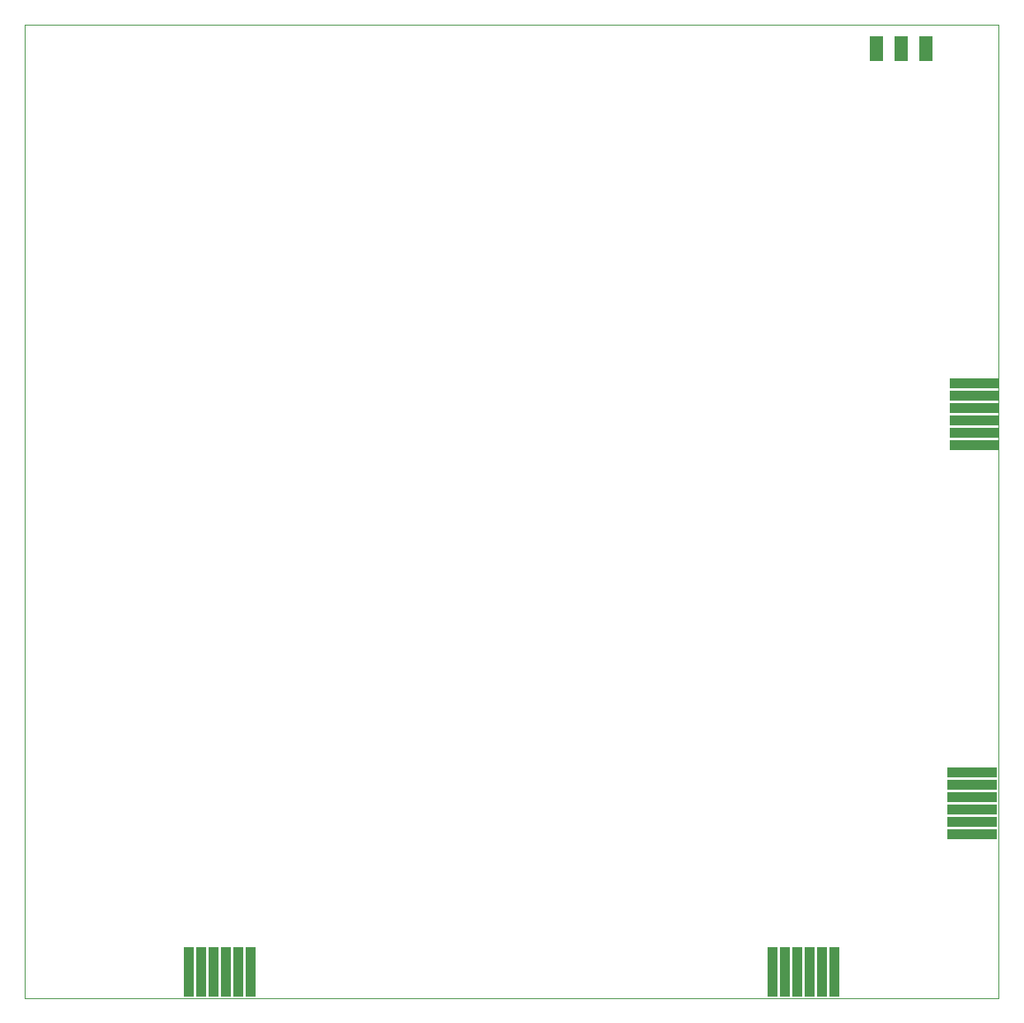
<source format=gbs>
G04 (created by PCBNEW (2013-jul-07)-stable) date Sun 07 Dec 2014 01:03:15 PM EST*
%MOIN*%
G04 Gerber Fmt 3.4, Leading zero omitted, Abs format*
%FSLAX34Y34*%
G01*
G70*
G90*
G04 APERTURE LIST*
%ADD10C,0.00590551*%
%ADD11C,0.00393701*%
%ADD12R,0.0551811X0.104*%
%ADD13R,0.204X0.039*%
%ADD14R,0.039X0.204*%
G04 APERTURE END LIST*
G54D10*
G54D11*
X15748Y-55118D02*
X15748Y-15748D01*
X55118Y-55118D02*
X15748Y-55118D01*
X55118Y-15748D02*
X55118Y-55118D01*
X15748Y-15748D02*
X55118Y-15748D01*
G54D12*
X50181Y-16732D03*
X51181Y-16732D03*
X52181Y-16732D03*
G54D13*
X54133Y-30246D03*
X54133Y-30746D03*
X54133Y-31246D03*
X54133Y-31746D03*
X54133Y-32246D03*
X54133Y-32746D03*
X54030Y-48500D03*
X54030Y-48000D03*
X54030Y-47500D03*
X54030Y-47000D03*
X54030Y-46500D03*
X54030Y-46000D03*
G54D14*
X48490Y-54040D03*
X47990Y-54040D03*
X47490Y-54040D03*
X46990Y-54040D03*
X46490Y-54040D03*
X45990Y-54040D03*
X22376Y-54040D03*
X22876Y-54040D03*
X23376Y-54040D03*
X23876Y-54040D03*
X24376Y-54040D03*
X24876Y-54040D03*
M02*

</source>
